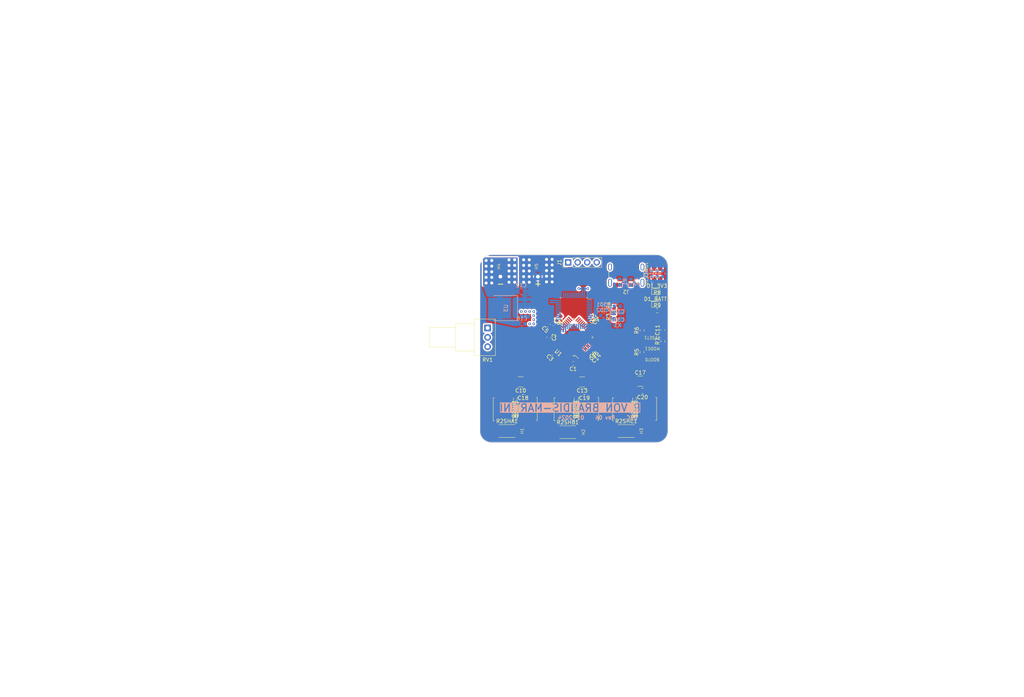
<source format=kicad_pcb>
(kicad_pcb (version 20221018) (generator pcbnew)
  (layers (0 "F.Cu" mixed) (1 "In1.Cu" power) (2 "In2.Cu" mixed) (3 "In3.Cu" power) (4 "In4.Cu" mixed) (5 "In5.Cu" power) (6 "In6.Cu" power) (31 "B.Cu" mixed) (34 "B.Paste" user) (35 "F.Paste" user) (36 "B.SilkS" user "B.Silkscreen") (37 "F.SilkS" user "F.Silkscreen") (38 "B.Mask" user) (39 "F.Mask" user) (44 "Edge.Cuts" user))
  (net 0 "")
  (net 1 "SH_A")
  (net 2 "SH_B")
  (net 3 "SH_C")
  (net 4 "+3V3")
  (net 5 "GND")
  (net 6 "+BATT")
  (net 7 "GAH")
  (net 8 "GAL")
  (net 9 "GBH")
  (net 10 "GBL")
  (net 11 "GCH")
  (net 12 "GCL")
  (net 13 "/MOTOR_DRIVE/A_OUT")
  (net 14 "/MOTOR_DRIVE/B_OUT")
  (net 15 "/MOTOR_DRIVE/C_OUT")
  (net 16 "/MOTOR_DRIVE/CURRENT_A")
  (net 17 "/MOTOR_DRIVE/CURRENT_B")
  (net 18 "/MOTOR_DRIVE/CURRENT_C")
  (net 19 "/MOTOR_DRIVE/CSN")
  (net 20 "/MOTOR_DRIVE/SCK")
  (net 21 "/MOTOR_DRIVE/SDI")
  (net 22 "/MOTOR_DRIVE/SDO")
  (net 23 "/MOTOR_DRIVE/GAL_IN")
  (net 24 "/MOTOR_DRIVE/GBL_IN")
  (net 25 "/MOTOR_DRIVE/GCL_IN")
  (net 26 "RSTn")
  (net 27 "MODE")
  (net 28 "BOOT0")
  (net 29 "SWDIO")
  (net 30 "SWCLK")
  (net 31 "/MOTOR_DRIVE/CA")
  (net 32 "/MOTOR_DRIVE/CB")
  (net 33 "/MOTOR_DRIVE/CC")
  (net 34 "/MOTOR_DRIVE/CPO")
  (net 35 "/MOTOR_DRIVE/CPI")
  (net 36 "/MOTOR_DRIVE/VCP")
  (net 37 "/MOTOR_DRIVE/12VOUT")
  (net 38 "/MOTOR_DRIVE/5VOUT")
  (net 39 "OSC_IN")
  (net 40 "/Microcontroller/OSC_PIN1")
  (net 41 "Net-(D1_3V3-K)")
  (net 42 "Net-(D1_BATT1-K)")
  (net 43 "/Microcontroller/RGB1")
  (net 44 "/Microcontroller/RGB3")
  (net 45 "/Microcontroller/RGB4")
  (net 46 "+5V")
  (net 47 "/Microcontroller/CC1")
  (net 48 "USB_D+")
  (net 49 "USB_D-")
  (net 51 "/Microcontroller/CC2")
  (net 53 "BATTERY")
  (net 54 "BLUEn")
  (net 55 "GREENn")
  (net 56 "REDn")
  (net 57 "OSC_OUT")
  (net 58 "SPEED")
  (net 60 "/MOTOR_DRIVE/GAH_IN")
  (net 61 "/MOTOR_DRIVE/GBH_IN")
  (net 62 "/MOTOR_DRIVE/GCH_IN")
  (net 63 "/MOTOR_DRIVE/DRV1_FUALT")
  (net 73 "/Microcontroller/CAN_RX")
  (net 76 "/Microcontroller/CAN_TX")
  (footprint "Resistor_SMD:R_0603_1608Metric" (layer "F.Cu") (at 175.7 96.525 90)
    (fp_text reference "R3")
    (fp_text value "24k3")
  )
  (footprint "Connector_USB:USB_C_Receptacle_GCT_USB4105-xx-A_16P_TopMnt_Horizontal" (layer "F.Cu") (at 178.95 84.32 180)
    (fp_text reference "J2")
    (fp_text value "USB_C_Receptacle_USB2.0")
  )
  (footprint "Capacitor_SMD:C_0201_0603Metric" (layer "F.Cu") (at 169.6 106.183883 -135)
    (fp_text reference "C15")
    (fp_text value "100n")
  )
  (footprint "Package_QFP:TQFP-48-1EP_7x7mm_P0.5mm_EP5x5mm" (layer "F.Cu") (at 165 101.983883 135)
    (fp_text reference "U1")
    (fp_text value "TMC6200-TA")
  )
  (footprint "Package_TO_SOT_SMD:TDSON-8-1" (layer "F.Cu") (at 162.395 121.195 -90)
    (fp_text reference "Q2BL1")
    (fp_text value "CSD18540Q5B")
  )
  (footprint "Capacitor_SMD:C_1210_3225Metric" (layer "F.Cu") (at 150.825 113.9 180)
    (fp_text reference "C10")
    (fp_text value "10u X7R 50V 1210")
  )
  (footprint "Capacitor_SMD:C_0805_2012Metric" (layer "F.Cu") (at 151.45 116.5 180)
    (fp_text reference "C18")
    (fp_text value "1u X7R 50V 0805")
  )
  (footprint "SWITCH:Wurth" (layer "F.Cu") (at 185.9 103.024999 180)
    (fp_text reference "MODE1")
    (fp_text value "435151014824")
  )
  (footprint "Capacitor_SMD:C_0402_1005Metric" (layer "F.Cu") (at 170.2 106.783883 -135)
    (fp_text reference "C14")
    (fp_text value "1u")
  )
  (footprint "Resistor_SMD:R_0603_1608Metric" (layer "F.Cu") (at 187.2 94.9)
    (fp_text reference "R9")
    (fp_text value "2.2k")
  )
  (footprint "Capacitor_SMD:C_0603_1608Metric" (layer "F.Cu") (at 164.8 109 180)
    (fp_text reference "C1")
    (fp_text value "1u")
  )
  (footprint "LED_Wurth:150120M173000" (layer "F.Cu") (at 187.2 85 90)
    (fp_text reference "D1_CHRG1")
    (fp_text value "LED_BAGR")
  )
  (footprint "Capacitor_SMD:C_0201_0603Metric" (layer "F.Cu") (at 169.643954 96.439933 -135)
    (fp_text reference "C21")
    (fp_text value "1u")
  )
  (footprint "LED_SMD:LED_0603_1608Metric" (layer "F.Cu") (at 187.2 93.2)
    (fp_text reference "D1_BATT1")
    (fp_text value "RED")
  )
  (footprint "Resistor_SMD:R_0603_1608Metric" (layer "F.Cu") (at 183.175 100.124999 90)
    (fp_text reference "R6")
    (fp_text value "10k")
  )
  (footprint "Pas:Pad_3x4" (layer "F.Cu") (at 153.195 126.995 90)
    (fp_text reference "H1")
    (fp_text value "MountingHole_Pad")
  )
  (footprint "LED_SMD:LED_0603_1608Metric" (layer "F.Cu") (at 187.2 89.8)
    (fp_text reference "D1_3V3")
    (fp_text value "RED")
  )
  (footprint "Resistor_SMD:R_0603_1608Metric" (layer "F.Cu") (at 175.7 93.475 90)
    (fp_text reference "R4")
    (fp_text value "162k")
  )
  (footprint "Potentiometer_THT:Potentiometer_Alps_RK09Y11_Single_Horizontal" (layer "F.Cu") (at 142 99.5)
    (fp_text reference "RV1")
    (fp_text value "R_Potentiometer")
  )
  (footprint "Connector_PinHeader_2.54mm:PinHeader_1x04_P2.54mm_Vertical" (layer "F.Cu") (at 163.46 82 90)
    (fp_text reference "J1")
    (fp_text value "Conn_01x04_Pin")
  )
  (footprint "Capacitor_SMD:C_0402_1005Metric" (layer "F.Cu") (at 159.8 98.583883 -45)
    (fp_text reference "C8")
    (fp_text value "100n")
  )
  (footprint "SWITCH:Wurth" (layer "F.Cu") (at 185.9 105.949999 180)
    (fp_text reference "BOOT0")
    (fp_text value "435151014824")
  )
  (footprint "Pas:Pad_THT_3x4" (layer "F.Cu") (at 155.4 83.1 90)
    (fp_text reference "H5")
    (fp_text value "MountingHole_Pad")
  )
  (footprint "Pas:Pad_3x4" (layer "F.Cu") (at 169.545 127.295 90)
    (fp_text reference "H2")
    (fp_text value "MountingHole_Pad")
  )
  (footprint "Capacitor_SMD:C_0603_1608Metric" (layer "F.Cu") (at 158.3 102 -90)
    (fp_text reference "C2")
    (fp_text value "1u")
  )
  (footprint "Capacitor_SMD:C_0805_2012Metric" (layer "F.Cu") (at 167.8 116.5 180)
    (fp_text reference "C19")
    (fp_text value "1u X7R 50V 0805")
  )
  (footprint "Capacitor_SMD:C_0603_1608Metric" (layer "F.Cu") (at 158.351992 98.851992 135)
    (fp_text reference "C5")
    (fp_text value "100n")
  )
  (footprint "Capacitor_SMD:C_0603_1608Metric" (layer "F.Cu") (at 188.725 100.049999 90)
    (fp_text reference "C11")
    (fp_text value "100n")
  )
  (footprint "Capacitor_SMD:C_0805_2012Metric" (layer "F.Cu") (at 183.3 116.3 180)
    (fp_text reference "C20")
    (fp_text value "1u X7R 50V 0805")
  )
  (footprint "Package_TO_SOT_SMD:TDSON-8-1" (layer "F.Cu") (at 168.91 121.095 90)
    (fp_text reference "Q2BH1")
    (fp_text value "CSD18540Q5B")
  )
  (footprint "Capacitor_SMD:C_1210_3225Metric" (layer "F.Cu") (at 182.7 113.7)
    (fp_text reference "C17")
    (fp_text value "10u X7R 50V 1210")
  )
  (footprint "Package_TO_SOT_SMD:TDSON-8-1" (layer "F.Cu") (at 178 121.2 -90)
    (fp_text reference "Q2CL1")
    (fp_text value "CSD18540Q5B")
  )
  (footprint "Resistor_SMD:R_0603_1608Metric" (layer "F.Cu") (at 183.175 105.949999 90)
    (fp_text reference "R5")
    (fp_text value "10k")
  )
  (footprint "Resistor_SMD:R_2512_6332Metric" (layer "F.Cu") (at 178.962501 127)
    (fp_text reference "R2SHC1")
    (fp_text value "1m")
  )
  (footprint "Capacitor_SMD:C_0603_1608Metric" (layer "F.Cu") (at 171.1 107.7 45)
    (fp_text reference "C6")
    (fp_text value "4u7")
  )
  (footprint "Pas:Pad_3x4" (layer "F.Cu") (at 185 127 90)
    (fp_text reference "H3")
    (fp_text value "MountingHole_Pad")
  )
  (footprint "Resistor_SMD:R_0603_1608Metric" (layer "F.Cu") (at 188.725 103.049999 90)
    (fp_text reference "R7")
    (fp_text value "10k")
  )
  (footprint "Resistor_SMD:R_2512_6332Metric" (layer "F.Cu") (at 163.3575 127.295)
    (fp_text reference "R2SHB1")
    (fp_text value "1m")
  )
  (footprint "SWITCH:Wurth" (layer "F.Cu") (at 185.9 100.1 180)
    (fp_text reference "RESET1")
    (fp_text value "435151014824")
  )
  (footprint "Capacitor_SMD:C_0201_0603Metric" (layer "F.Cu") (at 170.143952 96.939931 -135)
    (fp_text reference "C9")
    (fp_text value "100n")
  )
  (footprint "Resistor_SMD:R_0603_1608Metric" (layer "F.Cu") (at 187.2 91.5)
    (fp_text reference "R8")
    (fp_text value "470R")
  )
  (footprint "Capacitor_SMD:C_1210_3225Metric" (layer "F.Cu") (at 167.2 113.9 180)
    (fp_text reference "C13")
    (fp_text value "10u X7R 50V 1210")
  )
  (footprint "Pas:Pad_THT_3x4" (layer "F.Cu") (at 145.4 83.1 90)
    (fp_text reference "H4")
    (fp_text value "MountingHole_Pad")
  )
  (footprint "Package_TO_SOT_SMD:TDSON-8-1" (layer "F.Cu") (at 152.56 121.095 90)
    (fp_text reference "Q2AH1")
    (fp_text value "CSD18540Q5B")
  )
  (footprint "Package_TO_SOT_SMD:TDSON-8-1" (layer "F.Cu") (at 146.195 121.195 -90)
    (fp_text reference "Q2AL1")
    (fp_text value "CSD18540Q5B")
  )
  (footprint "Capacitor_SMD:C_0603_1608Metric" (layer "F.Cu") (at 160.9 96.9 -135)
    (fp_text reference "C4")
    (fp_text value "22n, 100V")
  )
  (footprint "Resistor_SMD:R_2512_6332Metric" (layer "F.Cu") (at 147.1575 126.995)
    (fp_text reference "R2SHA1")
    (fp_text value "1m")
  )
  (footprint "Package_TO_SOT_SMD:TDSON-8-1" (layer "F.Cu") (at 184.365 121.1 90)
    (fp_text reference "Q2CH1")
    (fp_text value "CSD18540Q5B")
  )
  (footprint "Capacitor_SMD:C_0603_1608Metric" (layer "F.Cu") (at 159.6 106.4 135)
    (fp_text reference "C3")
    (fp_text value "1u")
  )
  (footprint "Capacitor_SMD:C_0201_0603Metric" (layer "B.Cu") (at 159.5 92.42 -90)
    (fp_text reference "C303" hide)
    (fp_text value "100n")
  )
  (footprint "Capacitor_SMD:C_0603_1608Metric" (layer "B.Cu") (at 176.625005 98.799999 180)
    (fp_text reference "C304")
    (fp_text value "10p")
  )
  (footprint "Resistor_SMD:R_0603_1608Metric" (layer "B.Cu") (at 177.2 87.2 90)
    (fp_text reference "R1")
    (fp_text value "5.1k")
  )
  (footprint "Capacitor_SMD:C_0201_0603Metric" (layer "B.Cu") (at 167.5 89.4 180)
    (fp_text reference "C301" hide)
    (fp_text value "100n")
  )
  (footprint "Capacitor_SMD:C_0201_0603Metric" (layer "B.Cu") (at 158.8 92.42 -90)
    (fp_text reference "C3B2" hide)
    (fp_text value "1u")
  )
  (footprint "Capacitor_SMD:C_0603_1608Metric" (layer "B.Cu") (at 151.125 98.4 180)
    (fp_text reference "C16")
    (fp_text value "1uF 6.3V 0603")
  )
  (footprint "Resistor_SMD:R_0603_1608Metric" (layer "B.Cu") (at 187.2 85 -90)
    (fp_text reference "R10")
    (fp_text value "470R")
  )
  (footprint "Resistor_SMD:R_0603_1608Metric" (layer "B.Cu") (at 172.925003 96.199999 180)
    (fp_text reference "R302")
    (fp_text value "27k")
  )
  (footprint "Resistor_SMD:R_0603_1608Metric" (layer "B.Cu") (at 185.7 85 -90)
    (fp_text reference "R12")
    (fp_text value "100R")
  )
  (footprint "Crystal:Crystal_SMD_3225-4Pin_3.2x2.5mm" (layer "B.Cu") (at 176.635004 96.299999)
    (fp_text reference "X1")
    (fp_text value "24MHz")
  )
  (footprint "Capacitor_SMD:C_0402_1005Metric" (layer "B.Cu") (at 168.4 104.683883 -135)
    (fp_text reference "C7" hide)
    (fp_text value "2u2")
  )
  (footprint "Capacitor_SMD:C_0201_0603Metric" (layer "B.Cu") (at 162.5 100.5)
    (fp_text reference "C302" hide)
    (fp_text value "100n")
  )
  (footprint "Capacitor_SMD:C_0201_0603Metric" (layer "B.Cu") (at 167.5 88.7 180)
    (fp_text reference "C3B1" hide)
    (fp_text value "1u")
  )
  (footprint "Resistor_SMD:R_0603_1608Metric" (layer "B.Cu") (at 188.7 85 -90)
    (fp_text reference "R11")
    (fp_text value "100R")
  )
  (footprint "Resistor_SMD:R_0603_1608Metric" (layer "B.Cu") (at 180.2 87.275 90)
    (fp_text reference "R2")
    (fp_text value "5.1k")
  )
  (footprint "Capacitor_SMD:C_0603_1608Metric" (layer "B.Cu") (at 176.625002 93.699999)
    (fp_text reference "C305")
    (fp_text value "10p")
  )
  (footprint "Resistor_SMD:R_0603_1608Metric" (layer "B.Cu") (at 172.925 94.7 180)
    (fp_text reference "R301")
    (fp_text value "680")
  )
  (footprint "TPS7B8833QKVURQ1:KVU0003A-MFG" (layer "B.Cu") (at 146.875 94.2 -90)
    (fp_text reference "U3")
    (fp_text value "TPS7B8833QKVURQ1")
  )
  (footprint "Package_QFP:LQFP-48_7x7mm_P0.5mm" (layer "B.Cu") (at 165 94.95 180)
    (fp_text reference "U2" hide)
    (fp_text value "STM32G473CETx")
  )
  (footprint "Capacitor_SMD:C_0805_2012Metric" (layer "B.Cu") (at 150.95 89.8 180)
    (fp_text reference "C12")
    (fp_text value "1uF 50V 0805")
  )
  (gr_arc (start 190 127) (mid 189.12132 129.12132) (end 187 130) (stroke (width 0.1)) (layer "Edge.Cuts"))
  (gr_line (start 140.000001 83) (end 140 127) (stroke (width 0.1)) (layer "Edge.Cuts"))
  (gr_line (start 187 80) (end 143.12132 79.997644) (stroke (width 0.1)) (layer "Edge.Cuts"))
  (gr_line (start 143 130) (end 187 130) (stroke (width 0.1)) (layer "Edge.Cuts"))
  (gr_arc (start 143 130) (mid 140.878679 129.121321) (end 140 127) (stroke (width 0.1)) (layer "Edge.Cuts"))
  (gr_arc (start 187 80) (mid 189.12132 80.87868) (end 190 83) (stroke (width 0.1)) (layer "Edge.Cuts"))
  (gr_arc (start 140.000001 83) (mid 140.955865 80.870063) (end 143.12132 79.997644) (stroke (width 0.1)) (layer "Edge.Cuts"))
  (gr_line (start 190 127) (end 190 83) (stroke (width 0.1)) (layer "Edge.Cuts"))
  (gr_text "ESC    Rev 0A    01-2024" (at 182 124) (layer "B.SilkS") (effects (font (size 1 1) (thickness 0.2) bold) (justify left bottom mirror)))
  (gr_text "R VON BRANDIS-MARTINI" (at 183 122) (layer "B.SilkS" knockout) (effects (font (size 2 2) (thickness 0.3)) (justify left bottom mirror)))
  (gr_text "+" (at 154.34 88.57) (layer "F.SilkS") (effects (font (size 1.5 1.5) (thickness 0.25) bold) (justify left bottom)))
  (gr_text "-" (at 144.35 88.57) (layer "F.SilkS") (effects (font (size 1.5 1.5) (thickness 0.25) bold) (justify left bottom)))
  (via (at 154.3 98.4) (size 0.7) (drill 0.3) (layers "F.Cu" "B.Cu") (net 4))
  (via (at 151 95.1) (size 0.7) (drill 0.3) (layers "F.Cu" "B.Cu") (net 4))
  (via (at 153.2 98.4) (size 0.7) (drill 0.3) (layers "F.Cu" "B.Cu") (net 4))
  (via (at 154.3 97.3) (size 0.7) (drill 0.3) (layers "F.Cu" "B.Cu") (net 4))
  (via (at 153.2 95.1) (size 0.7) (drill 0.3) (layers "F.Cu" "B.Cu") (net 4))
  (via (at 154.3 95.1) (size 0.7) (drill 0.3) (layers "F.Cu" "B.Cu") (net 4))
  (via (at 154.3 96.2) (size 0.7) (drill 0.3) (layers "F.Cu" "B.Cu") (net 4))
  (via (at 168.7 89) (size 0.7) (drill 0.3) (layers "F.Cu" "B.Cu") (net 4))
  (via (at 152.1 95.1) (size 0.7) (drill 0.3) (layers "F.Cu" "B.Cu") (net 4))
  (segment (start 159.729168 92.1) (end 159.5 92.1) (width 0.3) (layer "B.Cu") (net 4))
  (segment (start 167.75 89.75) (end 167.82 89.68) (width 0.3) (layer "B.Cu") (net 4))
  (segment (start 167.82 89.68) (end 167.82 89.4) (width 0.3) (layer "B.Cu") (net 4))
  (segment (start 162.18 100.12) (end 162.25 100.05) (width 0.3) (layer "B.Cu") (net 4))
  (segment (start 159.829168 92.2) (end 159.729168 92.1) (width 0.3) (layer "B.Cu") (net 4))
  (segment (start 168.7 89) (end 168.12 89) (width 0.3) (layer "B.Cu") (net 4))
  (segment (start 162.25 100.05) (end 162.25 99.1125) (width 0.3) (layer "B.Cu") (net 4))
  (segment (start 168.22 89) (end 167.82 89.4) (width 0.3) (layer "B.Cu") (net 4))
  (segment (start 168.12 89) (end 167.82 88.7) (width 0.3) (layer "B.Cu") (net 4))
  (segment (start 160.8375 92.2) (end 159.829168 92.2) (width 0.3) (layer "B.Cu") (net 4))
  (segment (start 168.7 89) (end 168.22 89) (width 0.3) (layer "B.Cu") (net 4))
  (segment (start 158.8 92.1) (end 159.5 92.1) (width 0.4) (layer "B.Cu") (net 4))
  (segment (start 167.82 88.7) (end 167.82 89.4) (width 0.4) (layer "B.Cu") (net 4))
  (segment (start 162.18 100.5) (end 162.18 100.12) (width 0.3) (layer "B.Cu") (net 4))
  (segment (start 167.75 90.7875) (end 167.75 89.75) (width 0.3) (layer "B.Cu") (net 4))
  (via (at 149.2 85.8) (size 1.1) (drill 0.8) (layers "F.Cu" "B.Cu") (net 5))
  (via (at 149.2 84.3) (size 1.1) (drill 0.8) (layers "F.Cu" "B.Cu") (net 5))
  (via (at 149.2 87.3) (size 1.1) (drill 0.8) (layers "F.Cu" "B.Cu") (net 5))
  (via (at 143.1 84.5) (size 1.1) (drill 0.8) (layers "F.Cu" "B.Cu") (net 5))
  (via (at 147.7 81.3) (size 1.1) (drill 0.8) (layers "F.Cu" "B.Cu") (net 5))
  (via (at 143.1 81.5) (size 1.1) (drill 0.8) (layers "F.Cu" "B.Cu") (net 5))
  (via (at 149.2 81.3) (size 1.1) (drill 0.8) (layers "F.Cu" "B.Cu") (net 5))
  (via (at 147.7 84.3) (size 1.1) (drill 0.8) (layers "F.Cu" "B.Cu") (net 5))
  (via (at 141.6 84.5) (size 1.1) (drill 0.8) (layers "F.Cu" "B.Cu") (net 5))
  (via (at 141.6 87.5) (size 1.1) (drill 0.8) (layers "F.Cu" "B.Cu") (net 5))
  (via (at 143.1 86) (size 1.1) (drill 0.8) (layers "F.Cu" "B.Cu") (net 5))
  (via (at 166.3 89) (size 0.7) (drill 0.3) (layers "F.Cu" "B.Cu") (net 5))
  (via (at 149.2 82.8) (size 1.1) (drill 0.8) (layers "F.Cu" "B.Cu") (net 5))
  (via (at 143.1 83) (size 1.1) (drill 0.8) (layers "F.Cu" "B.Cu") (net 5))
  (via (at 141.6 81.5) (size 1.1) (drill 0.8) (layers "F.Cu" "B.Cu") (net 5))
  (via (at 141.6 86) (size 1.1) (drill 0.8) (layers "F.Cu" "B.Cu") (net 5))
  (via (at 141.6 83) (size 1.1) (drill 0.8) (layers "F.Cu" "B.Cu") (net 5))
  (via (at 147.7 82.8) (size 1.1) (drill 0.8) (layers "F.Cu" "B.Cu") (net 5))
  (via (at 147.7 87.3) (size 1.1) (drill 0.8) (layers "F.Cu" "B.Cu") (net 5))
  (via (at 143.1 87.5) (size 1.1) (drill 0.8) (layers "F.Cu" "B.Cu") (net 5))
  (via (at 147.7 85.8) (size 1.1) (drill 0.8) (layers "F.Cu" "B.Cu") (net 5))
  (segment (start 166.3 89) (end 166.88 89) (width 0.3) (layer "B.Cu") (net 5))
  (segment (start 162.82 100.02312) (end 162.82 100.5) (width 0.3) (layer "B.Cu") (net 5))
  (segment (start 166.3 89) (end 166.78 89) (width 0.3) (layer "B.Cu") (net 5))
  (segment (start 162.75 99.1125) (end 162.75 99.95312) (width 0.3) (layer "B.Cu") (net 5))
  (segment (start 166.88 89) (end 167.18 88.7) (width 0.3) (layer "B.Cu") (net 5))
  (segment (start 167.25 90.7875) (end 167.25 89.699168) (width 0.3) (layer "B.Cu") (net 5))
  (segment (start 167.25 89.699168) (end 167.18 89.629168) (width 0.3) (layer "B.Cu") (net 5))
  (segment (start 167.18 88.7) (end 167.18 89.4) (width 0.4) (layer "B.Cu") (net 5))
  (segment (start 162.75 99.95312) (end 162.82 100.02312) (width 0.3) (layer "B.Cu") (net 5))
  (segment (start 166.78 89) (end 167.18 89.4) (width 0.3) (layer "B.Cu") (net 5))
  (segment (start 167.18 89.629168) (end 167.18 89.4) (width 0.3) (layer "B.Cu") (net 5))
  (segment (start 158.8 92.74) (end 159.5 92.74) (width 0.4) (layer "B.Cu") (net 5))
  (segment (start 159.54 92.7) (end 159.5 92.74) (width 0.3) (layer "B.Cu") (net 5))
  (segment (start 160.8375 92.7) (end 159.54 92.7) (width 0.3) (layer "B.Cu") (net 5))
  (via (at 151.6 87.3) (size 1.1) (drill 0.8) (layers "F.Cu" "B.Cu") (net 6))
  (via (at 157.7 85.7) (size 1.1) (drill 0.8) (layers "F.Cu" "B.Cu") (net 6))
  (via (at 151.6 81.3) (size 1.1) (drill 0.8) (layers "F.Cu" "B.Cu") (net 6))
  (via (at 151.6 85.8) (size 1.1) (drill 0.8) (layers "F.Cu" "B.Cu") (net 6))
  (via (at 157.7 84.2) (size 1.1) (drill 0.8) (layers "F.Cu" "B.Cu") (net 6))
  (via (at 153.1 87.3) (size 1.1) (drill 0.8) (layers "F.Cu" "B.Cu") (net 6))
  (via (at 159.2 81.2) (size 1.1) (drill 0.8) (layers "F.Cu" "B.Cu") (net 6))
  (via (at 153.1 84.3) (size 1.1) (drill 0.8) (layers "F.Cu" "B.Cu") (net 6))
  (via (at 159.2 84.2) (size 1.1) (drill 0.8) (layers "F.Cu" "B.Cu") (net 6))
  (via (at 151.6 84.3) (size 1.1) (drill 0.8) (layers "F.Cu" "B.Cu") (net 6))
  (via (at 157.7 82.7) (size 1.1) (drill 0.8) (layers "F.Cu" "B.Cu") (net 6))
  (via (at 153.1 85.8) (size 1.1) (drill 0.8) (layers "F.Cu" "B.Cu") (net 6))
  (via (at 153.1 82.8) (size 1.1) (drill 0.8) (layers "F.Cu" "B.Cu") (net 6))
  (via (at 151.6 82.8) (size 1.1) (drill 0.8) (layers "F.Cu" "B.Cu") (net 6))
  (via (at 157.7 87.2) (size 1.1) (drill 0.8) (layers "F.Cu" "B.Cu") (net 6))
  (via (at 159.2 85.7) (size 1.1) (drill 0.8) (layers "F.Cu" "B.Cu") (net 6))
  (via (at 159.2 82.7) (size 1.1) (drill 0.8) (layers "F.Cu" "B.Cu") (net 6))
  (via (at 153.1 81.3) (size 1.1) (drill 0.8) (layers "F.Cu" "B.Cu") (net 6))
  (via (at 157.7 81.2) (size 1.1) (drill 0.8) (layers "F.Cu" "B.Cu") (net 6))
  (via (at 159.2 87.2) (size 1.1) (drill 0.8) (layers "F.Cu" "B.Cu") (net 6))
  (zone (net 6) (net_name "+BATT") (layers "F.Cu" "In2.Cu" "B.Cu") (priority 5) (connect_pads (clearance 0.4)) (min_thickness 0.2) (fill yes (thermal_gap 0.3) (thermal_bridge_width 1) (smoothing fillet) (radius 0.2))
    (polygon (pts (xy 140 80) (xy 140 130) (xy 190 130) (xy 190 80)))
  )
  (zone (net 5) (net_name "GND") (layers "F&B.Cu") (priority 15) (connect_pads yes (clearance 0.4)) (min_thickness 0.2) (fill yes (thermal_gap 0.5) (thermal_bridge_width 0.5) (smoothing fillet) (radius 0.2) (island_removal_mode 1) (island_area_min 10))
    (polygon (pts (xy 150 88.2) (xy 140.8 88.2) (xy 140.8 80.7) (xy 150 80.7)))
  )
  (zone (net 5) (net_name "GND") (layer "B.Cu") (priority 10) (connect_pads (clearance 0.15)) (min_thickness 0.1) (fill yes (thermal_gap 0.2) (thermal_bridge_width 1.5) (smoothing fillet) (radius 0.3))
    (polygon (pts (xy 150 88.2) (xy 150.7 88.9) (xy 150.7 90.8) (xy 149.3 90.8) (xy 148.5 91.2) (xy 148.5 97.1) (xy 151 97.7) (xy 151 99.1) (xy 149.7 99.1) (xy 141.9 97.5) (xy 141.9 97.2) (xy 141.9 91.3) (xy 141.5 90.4) (xy 140.8 88.2)))
  )
)
</source>
